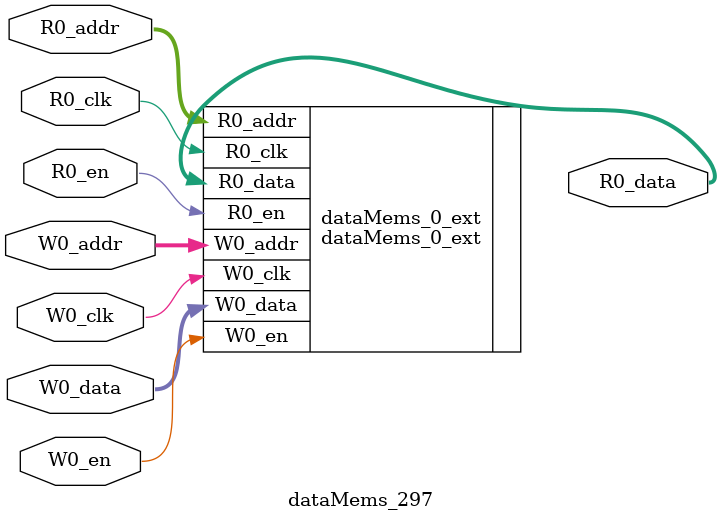
<source format=sv>
`ifndef RANDOMIZE
  `ifdef RANDOMIZE_REG_INIT
    `define RANDOMIZE
  `endif // RANDOMIZE_REG_INIT
`endif // not def RANDOMIZE
`ifndef RANDOMIZE
  `ifdef RANDOMIZE_MEM_INIT
    `define RANDOMIZE
  `endif // RANDOMIZE_MEM_INIT
`endif // not def RANDOMIZE

`ifndef RANDOM
  `define RANDOM $random
`endif // not def RANDOM

// Users can define 'PRINTF_COND' to add an extra gate to prints.
`ifndef PRINTF_COND_
  `ifdef PRINTF_COND
    `define PRINTF_COND_ (`PRINTF_COND)
  `else  // PRINTF_COND
    `define PRINTF_COND_ 1
  `endif // PRINTF_COND
`endif // not def PRINTF_COND_

// Users can define 'ASSERT_VERBOSE_COND' to add an extra gate to assert error printing.
`ifndef ASSERT_VERBOSE_COND_
  `ifdef ASSERT_VERBOSE_COND
    `define ASSERT_VERBOSE_COND_ (`ASSERT_VERBOSE_COND)
  `else  // ASSERT_VERBOSE_COND
    `define ASSERT_VERBOSE_COND_ 1
  `endif // ASSERT_VERBOSE_COND
`endif // not def ASSERT_VERBOSE_COND_

// Users can define 'STOP_COND' to add an extra gate to stop conditions.
`ifndef STOP_COND_
  `ifdef STOP_COND
    `define STOP_COND_ (`STOP_COND)
  `else  // STOP_COND
    `define STOP_COND_ 1
  `endif // STOP_COND
`endif // not def STOP_COND_

// Users can define INIT_RANDOM as general code that gets injected into the
// initializer block for modules with registers.
`ifndef INIT_RANDOM
  `define INIT_RANDOM
`endif // not def INIT_RANDOM

// If using random initialization, you can also define RANDOMIZE_DELAY to
// customize the delay used, otherwise 0.002 is used.
`ifndef RANDOMIZE_DELAY
  `define RANDOMIZE_DELAY 0.002
`endif // not def RANDOMIZE_DELAY

// Define INIT_RANDOM_PROLOG_ for use in our modules below.
`ifndef INIT_RANDOM_PROLOG_
  `ifdef RANDOMIZE
    `ifdef VERILATOR
      `define INIT_RANDOM_PROLOG_ `INIT_RANDOM
    `else  // VERILATOR
      `define INIT_RANDOM_PROLOG_ `INIT_RANDOM #`RANDOMIZE_DELAY begin end
    `endif // VERILATOR
  `else  // RANDOMIZE
    `define INIT_RANDOM_PROLOG_
  `endif // RANDOMIZE
`endif // not def INIT_RANDOM_PROLOG_

// Include register initializers in init blocks unless synthesis is set
`ifndef SYNTHESIS
  `ifndef ENABLE_INITIAL_REG_
    `define ENABLE_INITIAL_REG_
  `endif // not def ENABLE_INITIAL_REG_
`endif // not def SYNTHESIS

// Include rmemory initializers in init blocks unless synthesis is set
`ifndef SYNTHESIS
  `ifndef ENABLE_INITIAL_MEM_
    `define ENABLE_INITIAL_MEM_
  `endif // not def ENABLE_INITIAL_MEM_
`endif // not def SYNTHESIS

module dataMems_297(	// @[generators/ara/src/main/scala/UnsafeAXI4ToTL.scala:365:62]
  input  [4:0]  R0_addr,
  input         R0_en,
  input         R0_clk,
  output [66:0] R0_data,
  input  [4:0]  W0_addr,
  input         W0_en,
  input         W0_clk,
  input  [66:0] W0_data
);

  dataMems_0_ext dataMems_0_ext (	// @[generators/ara/src/main/scala/UnsafeAXI4ToTL.scala:365:62]
    .R0_addr (R0_addr),
    .R0_en   (R0_en),
    .R0_clk  (R0_clk),
    .R0_data (R0_data),
    .W0_addr (W0_addr),
    .W0_en   (W0_en),
    .W0_clk  (W0_clk),
    .W0_data (W0_data)
  );
endmodule


</source>
